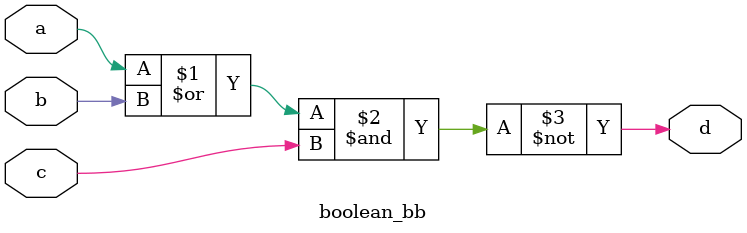
<source format=v>
`timescale 1ns / 1ps

module boolean_bb(a,b,c,d);
    input a,b,c;
    output d;
    assign d = ~((a|b)&c);
endmodule

</source>
